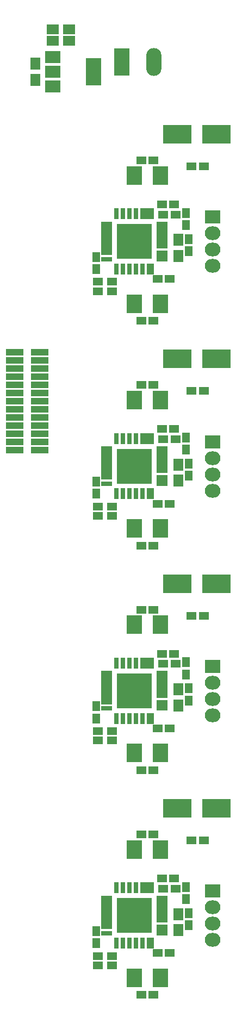
<source format=gbr>
G04 #@! TF.FileFunction,Soldermask,Top*
%FSLAX46Y46*%
G04 Gerber Fmt 4.6, Leading zero omitted, Abs format (unit mm)*
G04 Created by KiCad (PCBNEW 4.0.1-stable) date 07-10-2017 22:38:10*
%MOMM*%
G01*
G04 APERTURE LIST*
%ADD10C,0.100000*%
%ADD11R,1.700000X0.680000*%
%ADD12R,0.680000X1.700000*%
%ADD13R,5.400000X5.400000*%
%ADD14R,2.800000X1.140000*%
%ADD15R,1.600000X1.150000*%
%ADD16R,2.400000X2.900000*%
%ADD17R,4.400000X2.900000*%
%ADD18R,1.150000X1.600000*%
%ADD19R,1.600000X1.300000*%
%ADD20R,2.432000X2.127200*%
%ADD21O,2.432000X2.127200*%
%ADD22R,1.650000X1.900000*%
%ADD23R,2.400000X4.200000*%
%ADD24R,2.400000X1.900000*%
%ADD25R,2.380000X4.360000*%
%ADD26O,2.380000X4.360000*%
%ADD27R,1.900000X1.650000*%
G04 APERTURE END LIST*
D10*
D11*
X249700000Y-254650000D03*
X249700000Y-255150000D03*
X249700000Y-255650000D03*
X249700000Y-256150000D03*
X249700000Y-256650000D03*
X249700000Y-257150000D03*
X249700000Y-257650000D03*
X249700000Y-258150000D03*
X249700000Y-258650000D03*
X249700000Y-259150000D03*
X249700000Y-260150000D03*
D12*
X251250000Y-261700000D03*
X252250000Y-261700000D03*
X253250000Y-261700000D03*
X254250000Y-261700000D03*
X255250000Y-261700000D03*
X256250000Y-261700000D03*
X256750000Y-261700000D03*
D11*
X258300000Y-260150000D03*
X258300000Y-259650000D03*
X258300000Y-259150000D03*
X258300000Y-258150000D03*
X258300000Y-257650000D03*
X258300000Y-257150000D03*
X258300000Y-256650000D03*
X258300000Y-256150000D03*
X258300000Y-255650000D03*
X258300000Y-255150000D03*
X258300000Y-254650000D03*
D12*
X256750000Y-253100000D03*
X256250000Y-253100000D03*
X255750000Y-253100000D03*
X255250000Y-253100000D03*
X254250000Y-253100000D03*
X253250000Y-253100000D03*
X252250000Y-253100000D03*
X251250000Y-253100000D03*
D13*
X254000000Y-257400000D03*
D11*
X249700000Y-219650000D03*
X249700000Y-220150000D03*
X249700000Y-220650000D03*
X249700000Y-221150000D03*
X249700000Y-221650000D03*
X249700000Y-222150000D03*
X249700000Y-222650000D03*
X249700000Y-223150000D03*
X249700000Y-223650000D03*
X249700000Y-224150000D03*
X249700000Y-225150000D03*
D12*
X251250000Y-226700000D03*
X252250000Y-226700000D03*
X253250000Y-226700000D03*
X254250000Y-226700000D03*
X255250000Y-226700000D03*
X256250000Y-226700000D03*
X256750000Y-226700000D03*
D11*
X258300000Y-225150000D03*
X258300000Y-224650000D03*
X258300000Y-224150000D03*
X258300000Y-223150000D03*
X258300000Y-222650000D03*
X258300000Y-222150000D03*
X258300000Y-221650000D03*
X258300000Y-221150000D03*
X258300000Y-220650000D03*
X258300000Y-220150000D03*
X258300000Y-219650000D03*
D12*
X256750000Y-218100000D03*
X256250000Y-218100000D03*
X255750000Y-218100000D03*
X255250000Y-218100000D03*
X254250000Y-218100000D03*
X253250000Y-218100000D03*
X252250000Y-218100000D03*
X251250000Y-218100000D03*
D13*
X254000000Y-222400000D03*
D14*
X235368000Y-169672000D03*
X239268000Y-169672000D03*
X235368000Y-170942000D03*
X239268000Y-170942000D03*
X235368000Y-172212000D03*
X239268000Y-172212000D03*
X235368000Y-173482000D03*
X239268000Y-173482000D03*
X235368000Y-174752000D03*
X239268000Y-174752000D03*
X235368000Y-176022000D03*
X239268000Y-176022000D03*
X235368000Y-177292000D03*
X239268000Y-177292000D03*
X235368000Y-178562000D03*
X239268000Y-178562000D03*
X235368000Y-179832000D03*
X239268000Y-179832000D03*
X235368000Y-181102000D03*
X239268000Y-181102000D03*
X235368000Y-182372000D03*
X239268000Y-182372000D03*
X235368000Y-183642000D03*
X239268000Y-183642000D03*
X235368000Y-184912000D03*
X239268000Y-184912000D03*
D15*
X258320500Y-251621500D03*
X260220500Y-251621500D03*
X258320500Y-216621500D03*
X260220500Y-216621500D03*
X258320500Y-181621500D03*
X260220500Y-181621500D03*
X255082000Y-244763500D03*
X256982000Y-244763500D03*
X255082000Y-209763500D03*
X256982000Y-209763500D03*
X255082000Y-174763500D03*
X256982000Y-174763500D03*
D16*
X254032000Y-247113000D03*
X258032000Y-247113000D03*
X254032000Y-212113000D03*
X258032000Y-212113000D03*
X254032000Y-177113000D03*
X258032000Y-177113000D03*
D15*
X264805200Y-245690600D03*
X262905200Y-245690600D03*
X264805200Y-210690600D03*
X262905200Y-210690600D03*
X264805200Y-175690600D03*
X262905200Y-175690600D03*
D17*
X266763500Y-240699500D03*
X260663500Y-240699500D03*
X266763500Y-205699500D03*
X260663500Y-205699500D03*
X266763500Y-170699500D03*
X260663500Y-170699500D03*
D18*
X248107200Y-259802800D03*
X248107200Y-261702800D03*
X248107200Y-224802800D03*
X248107200Y-226702800D03*
X248107200Y-189802800D03*
X248107200Y-191702800D03*
D15*
X255082000Y-269769800D03*
X256982000Y-269769800D03*
X255082000Y-234769800D03*
X256982000Y-234769800D03*
X255082000Y-199769800D03*
X256982000Y-199769800D03*
D16*
X254032000Y-267102800D03*
X258032000Y-267102800D03*
X254032000Y-232102800D03*
X258032000Y-232102800D03*
X254032000Y-197102800D03*
X258032000Y-197102800D03*
D19*
X248328000Y-263686500D03*
X250528000Y-263686500D03*
X248328000Y-228686500D03*
X250528000Y-228686500D03*
X248328000Y-193686500D03*
X250528000Y-193686500D03*
X248328000Y-265147000D03*
X250528000Y-265147000D03*
X248328000Y-230147000D03*
X250528000Y-230147000D03*
X248328000Y-195147000D03*
X250528000Y-195147000D03*
D11*
X249700000Y-184650000D03*
X249700000Y-185150000D03*
X249700000Y-185650000D03*
X249700000Y-186150000D03*
X249700000Y-186650000D03*
X249700000Y-187150000D03*
X249700000Y-187650000D03*
X249700000Y-188150000D03*
X249700000Y-188650000D03*
X249700000Y-189150000D03*
X249700000Y-190150000D03*
D12*
X251250000Y-191700000D03*
X252250000Y-191700000D03*
X253250000Y-191700000D03*
X254250000Y-191700000D03*
X255250000Y-191700000D03*
X256250000Y-191700000D03*
X256750000Y-191700000D03*
D11*
X258300000Y-190150000D03*
X258300000Y-189650000D03*
X258300000Y-189150000D03*
X258300000Y-188150000D03*
X258300000Y-187650000D03*
X258300000Y-187150000D03*
X258300000Y-186650000D03*
X258300000Y-186150000D03*
X258300000Y-185650000D03*
X258300000Y-185150000D03*
X258300000Y-184650000D03*
D12*
X256750000Y-183100000D03*
X256250000Y-183100000D03*
X255750000Y-183100000D03*
X255250000Y-183100000D03*
X254250000Y-183100000D03*
X253250000Y-183100000D03*
X252250000Y-183100000D03*
X251250000Y-183100000D03*
D13*
X254000000Y-187400000D03*
D20*
X266192000Y-253590000D03*
D21*
X266192000Y-256130000D03*
X266192000Y-258670000D03*
X266192000Y-261210000D03*
D20*
X266192000Y-218590000D03*
D21*
X266192000Y-221130000D03*
X266192000Y-223670000D03*
X266192000Y-226210000D03*
D20*
X266192000Y-183590000D03*
D21*
X266192000Y-186130000D03*
X266192000Y-188670000D03*
X266192000Y-191210000D03*
D18*
X262064500Y-254857500D03*
X262064500Y-252957500D03*
X262064500Y-219857500D03*
X262064500Y-217957500D03*
X262064500Y-184857500D03*
X262064500Y-182957500D03*
D15*
X257622000Y-263242000D03*
X259522000Y-263242000D03*
X257622000Y-228242000D03*
X259522000Y-228242000D03*
X257622000Y-193242000D03*
X259522000Y-193242000D03*
D22*
X260858000Y-257166000D03*
X260858000Y-259666000D03*
X260858000Y-222166000D03*
X260858000Y-224666000D03*
X260858000Y-187166000D03*
X260858000Y-189666000D03*
D18*
X262445500Y-257021500D03*
X262445500Y-258921500D03*
X262445500Y-222021500D03*
X262445500Y-223921500D03*
X262445500Y-187021500D03*
X262445500Y-188921500D03*
D15*
X260411000Y-253209000D03*
X258511000Y-253209000D03*
X260411000Y-218209000D03*
X258511000Y-218209000D03*
X260411000Y-183209000D03*
X258511000Y-183209000D03*
D23*
X247625000Y-125984000D03*
D24*
X241325000Y-125984000D03*
X241325000Y-128284000D03*
X241325000Y-123684000D03*
D16*
X254032000Y-162102800D03*
X258032000Y-162102800D03*
D15*
X255082000Y-164769800D03*
X256982000Y-164769800D03*
D19*
X248328000Y-158686500D03*
X250528000Y-158686500D03*
D17*
X266763500Y-135699500D03*
X260663500Y-135699500D03*
D15*
X257622000Y-158242000D03*
X259522000Y-158242000D03*
X264805200Y-140690600D03*
X262905200Y-140690600D03*
X258320500Y-146621500D03*
X260220500Y-146621500D03*
D18*
X248107200Y-154802800D03*
X248107200Y-156702800D03*
D15*
X255082000Y-139763500D03*
X256982000Y-139763500D03*
D19*
X248328000Y-160147000D03*
X250528000Y-160147000D03*
D16*
X254032000Y-142113000D03*
X258032000Y-142113000D03*
D11*
X249700000Y-149650000D03*
X249700000Y-150150000D03*
X249700000Y-150650000D03*
X249700000Y-151150000D03*
X249700000Y-151650000D03*
X249700000Y-152150000D03*
X249700000Y-152650000D03*
X249700000Y-153150000D03*
X249700000Y-153650000D03*
X249700000Y-154150000D03*
X249700000Y-155150000D03*
D12*
X251250000Y-156700000D03*
X252250000Y-156700000D03*
X253250000Y-156700000D03*
X254250000Y-156700000D03*
X255250000Y-156700000D03*
X256250000Y-156700000D03*
X256750000Y-156700000D03*
D11*
X258300000Y-155150000D03*
X258300000Y-154650000D03*
X258300000Y-154150000D03*
X258300000Y-153150000D03*
X258300000Y-152650000D03*
X258300000Y-152150000D03*
X258300000Y-151650000D03*
X258300000Y-151150000D03*
X258300000Y-150650000D03*
X258300000Y-150150000D03*
X258300000Y-149650000D03*
D12*
X256750000Y-148100000D03*
X256250000Y-148100000D03*
X255750000Y-148100000D03*
X255250000Y-148100000D03*
X254250000Y-148100000D03*
X253250000Y-148100000D03*
X252250000Y-148100000D03*
X251250000Y-148100000D03*
D13*
X254000000Y-152400000D03*
D18*
X262445500Y-152021500D03*
X262445500Y-153921500D03*
D22*
X260858000Y-152166000D03*
X260858000Y-154666000D03*
D18*
X262064500Y-149857500D03*
X262064500Y-147957500D03*
D15*
X260411000Y-148209000D03*
X258511000Y-148209000D03*
D20*
X266192000Y-148590000D03*
D21*
X266192000Y-151130000D03*
X266192000Y-153670000D03*
X266192000Y-156210000D03*
D22*
X238633000Y-127234000D03*
X238633000Y-124734000D03*
D25*
X252095000Y-124460000D03*
D26*
X257095000Y-124460000D03*
D27*
X243820000Y-121158000D03*
X241320000Y-121158000D03*
X243820000Y-119380000D03*
X241320000Y-119380000D03*
M02*

</source>
